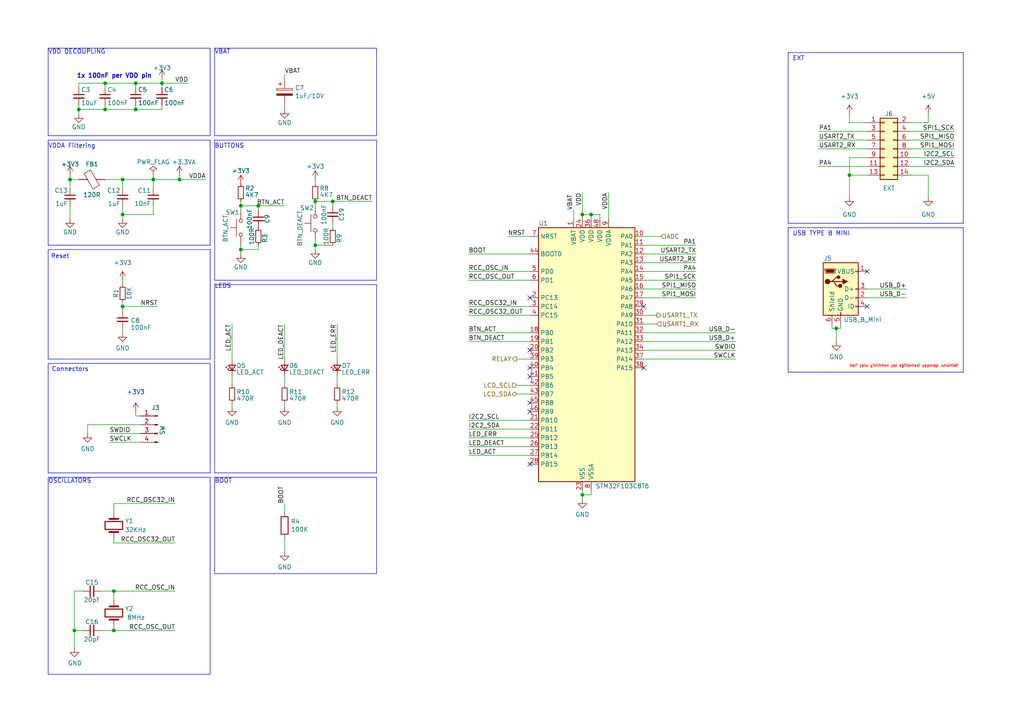
<source format=kicad_sch>
(kicad_sch (version 20230121) (generator eeschema)
  (paper "A4")
  (title_block (title "2023 Staj Projesi") (date "2023-07-24") (rev "1.0") (company "Hidro Elektronik") (comment 1 "Mehmet Emre SAYGI(2019513057@ogr.cu.edu.tr)") (comment 2 "Yilmaz Can DURAN(duranyilmazcan@gmail.com)") (comment 3 "Asli VEZIR(vezirasli@gmail.com)"))
  (lib_symbols
    (symbol "+3V3_1" (power) (pin_names (offset 0))
      (property "Value" "+3V3_1" (at 0 3.556 0))
      (symbol "+3V3_1_1_1"
        (pin power_in line (at 0 0 90) (length 0) hide (name "+3V3") (number "1"))
      )
    )
    (symbol "+3V3_2" (power) (pin_names (offset 0))
      (property "Value" "+3V3_2" (at 0 3.556 0))
      (symbol "+3V3_2_1_1"
        (pin power_in line (at 0 0 90) (length 0) hide (name "+3V3") (number "1"))
      )
    )
    (symbol "Connector:Conn_01x04_Male" (pin_names (offset 1.016) hide)
      (property "Reference" "J" (at 0 5.08 0))
      (property "Value" "Conn_01x04_Male" (at 0 -7.62 0))
      (symbol "Conn_01x04_Male_1_1"
        (pin passive line (at 5.08 2.54 180) (length 3.81) (name "Pin_1") (number "1"))
        (pin passive line (at 5.08 0 180) (length 3.81) (name "Pin_2") (number "2"))
        (pin passive line (at 5.08 -2.54 180) (length 3.81) (name "Pin_3") (number "3"))
        (pin passive line (at 5.08 -5.08 180) (length 3.81) (name "Pin_4") (number "4"))
      )
    )
    (symbol "Connector:USB_B_Mini" (pin_names (offset 1.016))
      (property "Reference" "J" (at -5.08 11.43 0))
      (property "Value" "USB_B_Mini" (at -5.08 8.89 0))
      (symbol "USB_B_Mini_1_1"
        (pin power_out line (at 7.62 5.08 180) (length 2.54) (name "VBUS") (number "1"))
        (pin bidirectional line (at 7.62 -2.54 180) (length 2.54) (name "D-") (number "2"))
        (pin bidirectional line (at 7.62 0 180) (length 2.54) (name "D+") (number "3"))
        (pin passive line (at 7.62 -5.08 180) (length 2.54) (name "ID") (number "4"))
        (pin power_out line (at 0 -10.16 90) (length 2.54) (name "GND") (number "5"))
        (pin passive line (at -2.54 -10.16 90) (length 2.54) (name "Shield") (number "6"))
      )
    )
    (symbol "Connector_Generic:Conn_02x07_Odd_Even" (pin_names (offset 1.016) hide)
      (property "Reference" "J" (at 1.27 10.16 0))
      (property "Value" "Conn_02x07_Odd_Even" (at 1.27 -10.16 0))
      (symbol "Conn_02x07_Odd_Even_1_1"
        (pin passive line (at -5.08 7.62 0) (length 3.81) (name "Pin_1") (number "1"))
        (pin passive line (at 7.62 -2.54 180) (length 3.81) (name "Pin_10") (number "10"))
        (pin passive line (at -5.08 -5.08 0) (length 3.81) (name "Pin_11") (number "11"))
        (pin passive line (at 7.62 -5.08 180) (length 3.81) (name "Pin_12") (number "12"))
        (pin passive line (at -5.08 -7.62 0) (length 3.81) (name "Pin_13") (number "13"))
        (pin passive line (at 7.62 -7.62 180) (length 3.81) (name "Pin_14") (number "14"))
        (pin passive line (at 7.62 7.62 180) (length 3.81) (name "Pin_2") (number "2"))
        (pin passive line (at -5.08 5.08 0) (length 3.81) (name "Pin_3") (number "3"))
        (pin passive line (at 7.62 5.08 180) (length 3.81) (name "Pin_4") (number "4"))
        (pin passive line (at -5.08 2.54 0) (length 3.81) (name "Pin_5") (number "5"))
        (pin passive line (at 7.62 2.54 180) (length 3.81) (name "Pin_6") (number "6"))
        (pin passive line (at -5.08 0 0) (length 3.81) (name "Pin_7") (number "7"))
        (pin passive line (at 7.62 0 180) (length 3.81) (name "Pin_8") (number "8"))
        (pin passive line (at -5.08 -2.54 0) (length 3.81) (name "Pin_9") (number "9"))
      )
    )
    (symbol "Device:CP" (pin_numbers hide) (pin_names (offset 0.254))
      (property "Reference" "C" (at 0.635 2.54 0))
      (property "Value" "Device_CP" (at 0.635 -2.54 0))
      (symbol "CP_1_1"
        (pin passive line (at 0 3.81 270) (length 2.794) (name "~") (number "1"))
        (pin passive line (at 0 -3.81 90) (length 2.794) (name "~") (number "2"))
      )
    )
    (symbol "Device:C_Small" (pin_numbers hide) (pin_names (offset 0.254) hide)
      (property "Reference" "C" (at 0.254 1.778 0))
      (property "Value" "C_Small" (at 0.254 -2.032 0))
      (symbol "C_Small_1_1"
        (pin passive line (at 0 2.54 270) (length 2.032) (name "~") (number "1"))
        (pin passive line (at 0 -2.54 90) (length 2.032) (name "~") (number "2"))
      )
    )
    (symbol "Device:Crystal" (pin_numbers hide) (pin_names (offset 1.016) hide)
      (property "Reference" "Y" (at 0 3.81 0))
      (property "Value" "Crystal" (at 0 -3.81 0))
      (symbol "Crystal_1_1"
        (pin passive line (at -3.81 0 0) (length 1.27) (name "1") (number "1"))
        (pin passive line (at 3.81 0 180) (length 1.27) (name "2") (number "2"))
      )
    )
    (symbol "Device:FerriteBead" (pin_numbers hide) (pin_names (offset 0))
      (property "Reference" "FB" (at -3.81 0.635 90))
      (property "Value" "FerriteBead" (at 3.81 0 90))
      (symbol "FerriteBead_1_1"
        (pin passive line (at 0 3.81 270) (length 2.54) (name "~") (number "1"))
        (pin passive line (at 0 -3.81 90) (length 2.54) (name "~") (number "2"))
      )
    )
    (symbol "Device:LED_Small" (pin_numbers hide) (pin_names (offset 0.254) hide)
      (property "Reference" "D" (at -1.27 3.175 0))
      (property "Value" "LED_Small" (at -4.445 -2.54 0))
      (symbol "LED_Small_1_1"
        (pin passive line (at -2.54 0 0) (length 1.778) (name "K") (number "1"))
        (pin passive line (at 2.54 0 180) (length 1.778) (name "A") (number "2"))
      )
    )
    (symbol "Device:R" (pin_numbers hide) (pin_names (offset 0))
      (property "Reference" "R" (at 2.032 0 90))
      (property "Value" "R" (at 0 0 90))
      (symbol "R_1_1"
        (pin passive line (at 0 3.81 270) (length 1.27) (name "~") (number "1"))
        (pin passive line (at 0 -3.81 90) (length 1.27) (name "~") (number "2"))
      )
    )
    (symbol "Device:R_Small" (pin_numbers hide) (pin_names (offset 0.254) hide)
      (property "Reference" "R" (at 0.762 0.508 0))
      (property "Value" "R_Small" (at 0.762 -1.016 0))
      (symbol "R_Small_1_1"
        (pin passive line (at 0 2.54 270) (length 0.762) (name "~") (number "1"))
        (pin passive line (at 0 -2.54 90) (length 0.762) (name "~") (number "2"))
      )
    )
    (symbol "GND_1" (power) (pin_names (offset 0))
      (property "Value" "GND_1" (at 0 -3.81 0))
      (symbol "GND_1_1_1"
        (pin power_in line (at 0 0 270) (length 0) hide (name "GND") (number "1"))
      )
    )
    (symbol "GND_2" (power) (pin_names (offset 0))
      (property "Value" "GND_2" (at 0 -3.81 0))
      (symbol "GND_2_1_1"
        (pin power_in line (at 0 0 270) (length 0) hide (name "GND") (number "1"))
      )
    )
    (symbol "MCU_ST_STM32F1:STM32F103C8Tx"
      (property "Reference" "U" (at -12.7 39.37 0))
      (property "Value" "STM32F103C8Tx" (at 10.16 39.37 0))
      (symbol "STM32F103C8Tx_1_1"
        (pin power_in line (at -2.54 40.64 270) (length 2.54) (name "VBAT") (number "1"))
        (pin bidirectional line (at 17.78 35.56 180) (length 2.54) (name "PA0") (number "10"))
        (pin bidirectional line (at 17.78 33.02 180) (length 2.54) (name "PA1") (number "11"))
        (pin bidirectional line (at 17.78 30.48 180) (length 2.54) (name "PA2") (number "12"))
        (pin bidirectional line (at 17.78 27.94 180) (length 2.54) (name "PA3") (number "13"))
        (pin bidirectional line (at 17.78 25.4 180) (length 2.54) (name "PA4") (number "14"))
        (pin bidirectional line (at 17.78 22.86 180) (length 2.54) (name "PA5") (number "15"))
        (pin bidirectional line (at 17.78 20.32 180) (length 2.54) (name "PA6") (number "16"))
        (pin bidirectional line (at 17.78 17.78 180) (length 2.54) (name "PA7") (number "17"))
        (pin bidirectional line (at -15.24 7.62 0) (length 2.54) (name "PB0") (number "18"))
        (pin bidirectional line (at -15.24 5.08 0) (length 2.54) (name "PB1") (number "19"))
        (pin bidirectional line (at -15.24 17.78 0) (length 2.54) (name "PC13") (number "2"))
        (pin bidirectional line (at -15.24 2.54 0) (length 2.54) (name "PB2") (number "20"))
        (pin bidirectional line (at -15.24 -17.78 0) (length 2.54) (name "PB10") (number "21"))
        (pin bidirectional line (at -15.24 -20.32 0) (length 2.54) (name "PB11") (number "22"))
        (pin power_in line (at 0 -38.1 90) (length 2.54) (name "VSS") (number "23"))
        (pin power_in line (at 0 40.64 270) (length 2.54) (name "VDD") (number "24"))
        (pin bidirectional line (at -15.24 -22.86 0) (length 2.54) (name "PB12") (number "25"))
        (pin bidirectional line (at -15.24 -25.4 0) (length 2.54) (name "PB13") (number "26"))
        (pin bidirectional line (at -15.24 -27.94 0) (length 2.54) (name "PB14") (number "27"))
        (pin bidirectional line (at -15.24 -30.48 0) (length 2.54) (name "PB15") (number "28"))
        (pin bidirectional line (at 17.78 15.24 180) (length 2.54) (name "PA8") (number "29"))
        (pin bidirectional line (at -15.24 15.24 0) (length 2.54) (name "PC14") (number "3"))
        (pin bidirectional line (at 17.78 12.7 180) (length 2.54) (name "PA9") (number "30"))
        (pin bidirectional line (at 17.78 10.16 180) (length 2.54) (name "PA10") (number "31"))
        (pin bidirectional line (at 17.78 7.62 180) (length 2.54) (name "PA11") (number "32"))
        (pin bidirectional line (at 17.78 5.08 180) (length 2.54) (name "PA12") (number "33"))
        (pin bidirectional line (at 17.78 2.54 180) (length 2.54) (name "PA13") (number "34"))
        (pin passive line (at 0 -38.1 90) (length 2.54) hide (name "VSS") (number "35"))
        (pin power_in line (at 2.54 40.64 270) (length 2.54) (name "VDD") (number "36"))
        (pin bidirectional line (at 17.78 0 180) (length 2.54) (name "PA14") (number "37"))
        (pin bidirectional line (at 17.78 -2.54 180) (length 2.54) (name "PA15") (number "38"))
        (pin bidirectional line (at -15.24 0 0) (length 2.54) (name "PB3") (number "39"))
        (pin bidirectional line (at -15.24 12.7 0) (length 2.54) (name "PC15") (number "4"))
        (pin bidirectional line (at -15.24 -2.54 0) (length 2.54) (name "PB4") (number "40"))
        (pin bidirectional line (at -15.24 -5.08 0) (length 2.54) (name "PB5") (number "41"))
        (pin bidirectional line (at -15.24 -7.62 0) (length 2.54) (name "PB6") (number "42"))
        (pin bidirectional line (at -15.24 -10.16 0) (length 2.54) (name "PB7") (number "43"))
        (pin input line (at -15.24 30.48 0) (length 2.54) (name "BOOT0") (number "44"))
        (pin bidirectional line (at -15.24 -12.7 0) (length 2.54) (name "PB8") (number "45"))
        (pin bidirectional line (at -15.24 -15.24 0) (length 2.54) (name "PB9") (number "46"))
        (pin passive line (at 0 -38.1 90) (length 2.54) hide (name "VSS") (number "47"))
        (pin power_in line (at 5.08 40.64 270) (length 2.54) (name "VDD") (number "48"))
        (pin bidirectional line (at -15.24 25.4 0) (length 2.54) (name "PD0") (number "5"))
        (pin bidirectional line (at -15.24 22.86 0) (length 2.54) (name "PD1") (number "6"))
        (pin input line (at -15.24 35.56 0) (length 2.54) (name "NRST") (number "7"))
        (pin power_in line (at 2.54 -38.1 90) (length 2.54) (name "VSSA") (number "8"))
        (pin power_in line (at 7.62 40.64 270) (length 2.54) (name "VDDA") (number "9"))
      )
    )
    (symbol "Switch:SW_Push" (pin_numbers hide) (pin_names (offset 1.016) hide)
      (property "Reference" "SW" (at 1.27 2.54 0))
      (property "Value" "SW_Push" (at 0 -1.524 0))
      (symbol "SW_Push_0_1"
        (pin passive line (at -5.08 0 0) (length 2.54) (name "1") (number "1"))
        (pin passive line (at 5.08 0 180) (length 2.54) (name "2") (number "2"))
      )
    )
    (symbol "power:+3.3VA" (power) (pin_names (offset 0))
      (property "Value" "+3.3VA" (at 0 3.556 0))
      (symbol "+3.3VA_1_1"
        (pin power_in line (at 0 0 90) (length 0) hide (name "+3.3VA") (number "1"))
      )
    )
    (symbol "power:+3V3" (power) (pin_names (offset 0))
      (property "Value" "+3V3" (at 0 3.556 0))
      (symbol "+3V3_1_1"
        (pin power_in line (at 0 0 90) (length 0) hide (name "+3V3") (number "1"))
      )
    )
    (symbol "power:+5V" (power) (pin_names (offset 0))
      (property "Value" "+5V" (at 0 3.556 0))
      (symbol "+5V_1_1"
        (pin power_in line (at 0 0 90) (length 0) hide (name "+5V") (number "1"))
      )
    )
    (symbol "power:GND" (power) (pin_names (offset 0))
      (property "Value" "GND" (at 0 -3.81 0))
      (symbol "GND_1_1"
        (pin power_in line (at 0 0 270) (length 0) hide (name "GND") (number "1"))
      )
    )
    (symbol "power:PWR_FLAG" (power) (pin_numbers hide) (pin_names (offset 0) hide)
      (property "Value" "PWR_FLAG" (at 0 3.81 0))
      (symbol "PWR_FLAG_0_0"
        (pin power_out line (at 0 0 90) (length 0) (name "pwr") (number "1"))
      )
    )
  )
  (junction (at 69.85 72.39))
  (junction (at 91.44 71.12))
  (junction (at 171.45 62.23))
  (junction (at 69.85 59.69))
  (junction (at 52.07 52.07))
  (junction (at 168.91 143.51))
  (junction (at 30.48 31.75))
  (junction (at 39.37 24.13))
  (junction (at 20.32 52.07))
  (junction (at 246.38 50.8))
  (junction (at 21.59 182.88))
  (junction (at 96.52 58.42))
  (junction (at 22.86 31.75))
  (junction (at 74.93 59.69))
  (junction (at 91.44 58.42))
  (junction (at 46.99 24.13))
  (junction (at 33.02 182.88))
  (junction (at 35.56 88.9))
  (junction (at 35.56 62.23))
  (junction (at 33.02 171.45))
  (junction (at 242.57 95.25))
  (junction (at 168.91 62.23))
  (junction (at 44.45 52.07))
  (junction (at 30.48 24.13))
  (junction (at 39.37 31.75))
  (junction (at 35.56 52.07))
  (no_connect (at 186.69 88.9))
  (no_connect (at 153.67 109.22))
  (no_connect (at 186.69 106.68))
  (no_connect (at 251.46 78.74))
  (no_connect (at 153.67 119.38))
  (no_connect (at 153.67 86.36))
  (no_connect (at 251.46 88.9))
  (no_connect (at 153.67 101.6))
  (no_connect (at 153.67 116.84))
  (no_connect (at 153.67 134.62))
  (no_connect (at 153.67 106.68))
  (wire (pts (xy 96.52 71.12) (xy 91.44 71.12)))
  (wire (pts (xy 46.99 22.86) (xy 46.99 24.13)))
  (wire (pts (xy 97.79 109.22) (xy 97.79 111.76)))
  (wire (pts (xy 242.57 95.25) (xy 242.57 99.06)))
  (wire (pts (xy 82.55 156.21) (xy 82.55 160.02)))
  (wire (pts (xy 46.99 24.13) (xy 46.99 25.4)))
  (wire (pts (xy 22.86 52.07) (xy 20.32 52.07)))
  (wire (pts (xy 91.44 71.12) (xy 91.44 72.39)))
  (wire (pts (xy 171.45 62.23) (xy 168.91 62.23)))
  (wire (pts (xy 246.38 45.72) (xy 246.38 50.8)))
  (wire (pts (xy 52.07 52.07) (xy 44.45 52.07)))
  (wire (pts (xy 44.45 62.23) (xy 35.56 62.23)))
  (polyline (pts (xy 13.97 105.41) (xy 13.97 137.16)))
  (wire (pts (xy 22.86 24.13) (xy 30.48 24.13)))
  (wire (pts (xy 264.16 50.8) (xy 269.24 50.8)))
  (polyline (pts (xy 13.97 40.64) (xy 13.97 71.12)))
  (wire (pts (xy 20.32 52.07) (xy 20.32 54.61)))
  (wire (pts (xy 52.07 50.8) (xy 52.07 52.07)))
  (wire (pts (xy 46.99 24.13) (xy 54.61 24.13)))
  (polyline (pts (xy 60.96 104.14) (xy 13.97 104.14)))
  (wire (pts (xy 251.46 50.8) (xy 246.38 50.8)))
  (wire (pts (xy 264.16 45.72) (xy 276.86 45.72)))
  (wire (pts (xy 35.56 62.23) (xy 35.56 63.5)))
  (wire (pts (xy 30.48 31.75) (xy 39.37 31.75)))
  (wire (pts (xy 30.48 24.13) (xy 30.48 25.4)))
  (wire (pts (xy 31.75 125.73) (xy 40.64 125.73)))
  (polyline (pts (xy 13.97 39.37) (xy 60.96 39.37)))
  (wire (pts (xy 173.99 62.23) (xy 173.99 63.5)))
  (wire (pts (xy 264.16 43.18) (xy 276.86 43.18)))
  (wire (pts (xy 59.69 52.07) (xy 52.07 52.07)))
  (wire (pts (xy 82.55 109.22) (xy 82.55 111.76)))
  (wire (pts (xy 33.02 181.61) (xy 33.02 182.88)))
  (wire (pts (xy 176.53 55.88) (xy 176.53 63.5)))
  (wire (pts (xy 33.02 182.88) (xy 29.21 182.88)))
  (wire (pts (xy 82.55 93.98) (xy 82.55 104.14)))
  (wire (pts (xy 33.02 182.88) (xy 50.8 182.88)))
  (wire (pts (xy 21.59 182.88) (xy 24.13 182.88)))
  (wire (pts (xy 33.02 171.45) (xy 50.8 171.45)))
  (wire (pts (xy 251.46 83.82) (xy 262.89 83.82)))
  (wire (pts (xy 264.16 40.64) (xy 276.86 40.64)))
  (wire (pts (xy 33.02 171.45) (xy 29.21 171.45)))
  (wire (pts (xy 25.4 123.19) (xy 25.4 125.73)))
  (polyline (pts (xy 228.6 66.04) (xy 279.4 66.04)))
  (polyline (pts (xy 279.4 107.95) (xy 228.6 107.95)))
  (wire (pts (xy 135.89 127) (xy 153.67 127)))
  (wire (pts (xy 35.56 81.28) (xy 35.56 82.55)))
  (wire (pts (xy 149.86 114.3) (xy 153.67 114.3)))
  (wire (pts (xy 35.56 52.07) (xy 30.48 52.07)))
  (wire (pts (xy 91.44 69.85) (xy 91.44 71.12)))
  (wire (pts (xy 69.85 72.39) (xy 69.85 73.66)))
  (wire (pts (xy 186.69 104.14) (xy 213.36 104.14)))
  (wire (pts (xy 35.56 87.63) (xy 35.56 88.9)))
  (wire (pts (xy 82.55 21.59) (xy 82.55 22.86)))
  (wire (pts (xy 30.48 30.48) (xy 30.48 31.75)))
  (wire (pts (xy 33.02 173.99) (xy 33.02 171.45)))
  (polyline (pts (xy 13.97 138.43) (xy 60.96 138.43)))
  (wire (pts (xy 147.32 68.58) (xy 153.67 68.58)))
  (wire (pts (xy 237.49 40.64) (xy 251.46 40.64)))
  (wire (pts (xy 31.75 128.27) (xy 40.64 128.27)))
  (polyline (pts (xy 60.96 39.37) (xy 60.96 13.97)))
  (wire (pts (xy 74.93 71.12) (xy 74.93 72.39)))
  (wire (pts (xy 173.99 62.23) (xy 171.45 62.23)))
  (polyline (pts (xy 109.22 138.43) (xy 109.22 166.37)))
  (wire (pts (xy 269.24 35.56) (xy 269.24 33.02)))
  (wire (pts (xy 97.79 116.84) (xy 97.79 118.11)))
  (wire (pts (xy 35.56 95.25) (xy 35.56 96.52)))
  (wire (pts (xy 153.67 104.14) (xy 149.86 104.14)))
  (polyline (pts (xy 109.22 137.16) (xy 62.23 137.16)))
  (polyline (pts (xy 62.23 13.97) (xy 109.22 13.97)))
  (polyline (pts (xy 62.23 82.55) (xy 62.23 137.16)))
  (wire (pts (xy 186.69 101.6) (xy 213.36 101.6)))
  (wire (pts (xy 44.45 52.07) (xy 44.45 54.61)))
  (polyline (pts (xy 62.23 138.43) (xy 109.22 138.43)))
  (wire (pts (xy 33.02 157.48) (xy 50.8 157.48)))
  (polyline (pts (xy 228.6 15.24) (xy 228.6 64.77)))
  (polyline (pts (xy 60.96 72.39) (xy 60.96 104.14)))
  (wire (pts (xy 33.02 146.05) (xy 50.8 146.05)))
  (wire (pts (xy 33.02 148.59) (xy 33.02 146.05)))
  (wire (pts (xy 246.38 35.56) (xy 246.38 33.02)))
  (polyline (pts (xy 60.96 137.16) (xy 13.97 137.16)))
  (polyline (pts (xy 13.97 72.39) (xy 13.97 104.14)))
  (wire (pts (xy 39.37 31.75) (xy 46.99 31.75)))
  (polyline (pts (xy 109.22 166.37) (xy 62.23 166.37)))
  (wire (pts (xy 135.89 73.66) (xy 153.67 73.66)))
  (wire (pts (xy 91.44 52.07) (xy 91.44 53.34)))
  (wire (pts (xy 186.69 81.28) (xy 201.93 81.28)))
  (polyline (pts (xy 109.22 39.37) (xy 62.23 39.37)))
  (wire (pts (xy 74.93 72.39) (xy 69.85 72.39)))
  (wire (pts (xy 171.45 142.24) (xy 171.45 143.51)))
  (wire (pts (xy 186.69 96.52) (xy 213.36 96.52)))
  (wire (pts (xy 135.89 99.06) (xy 153.67 99.06)))
  (wire (pts (xy 186.69 83.82) (xy 201.93 83.82)))
  (wire (pts (xy 39.37 30.48) (xy 39.37 31.75)))
  (wire (pts (xy 251.46 45.72) (xy 246.38 45.72)))
  (wire (pts (xy 24.13 171.45) (xy 21.59 171.45)))
  (wire (pts (xy 39.37 24.13) (xy 39.37 25.4)))
  (wire (pts (xy 269.24 50.8) (xy 269.24 57.15)))
  (wire (pts (xy 96.52 58.42) (xy 107.95 58.42)))
  (wire (pts (xy 22.86 25.4) (xy 22.86 24.13)))
  (wire (pts (xy 69.85 71.12) (xy 69.85 72.39)))
  (wire (pts (xy 237.49 43.18) (xy 251.46 43.18)))
  (wire (pts (xy 168.91 55.88) (xy 168.91 62.23)))
  (wire (pts (xy 135.89 81.28) (xy 153.67 81.28)))
  (wire (pts (xy 67.31 116.84) (xy 67.31 118.11)))
  (wire (pts (xy 135.89 124.46) (xy 153.67 124.46)))
  (wire (pts (xy 35.56 88.9) (xy 45.72 88.9)))
  (wire (pts (xy 186.69 91.44) (xy 190.5 91.44)))
  (wire (pts (xy 91.44 58.42) (xy 96.52 58.42)))
  (wire (pts (xy 242.57 95.25) (xy 243.84 95.25)))
  (wire (pts (xy 69.85 59.69) (xy 74.93 59.69)))
  (wire (pts (xy 21.59 171.45) (xy 21.59 182.88)))
  (polyline (pts (xy 279.4 15.24) (xy 279.4 64.77)))
  (polyline (pts (xy 109.22 13.97) (xy 109.22 39.37)))
  (wire (pts (xy 82.55 146.05) (xy 82.55 148.59)))
  (wire (pts (xy 264.16 35.56) (xy 269.24 35.56)))
  (wire (pts (xy 186.69 93.98) (xy 190.5 93.98)))
  (wire (pts (xy 20.32 50.8) (xy 20.32 52.07)))
  (polyline (pts (xy 109.22 81.28) (xy 62.23 81.28)))
  (wire (pts (xy 96.52 64.77) (xy 96.52 66.04)))
  (wire (pts (xy 135.89 132.08) (xy 153.67 132.08)))
  (wire (pts (xy 171.45 143.51) (xy 168.91 143.51)))
  (wire (pts (xy 171.45 62.23) (xy 171.45 63.5)))
  (wire (pts (xy 20.32 59.69) (xy 20.32 63.5)))
  (wire (pts (xy 186.69 86.36) (xy 201.93 86.36)))
  (polyline (pts (xy 13.97 72.39) (xy 60.96 72.39)))
  (wire (pts (xy 46.99 30.48) (xy 46.99 31.75)))
  (wire (pts (xy 135.89 96.52) (xy 153.67 96.52)))
  (polyline (pts (xy 228.6 66.04) (xy 228.6 107.95)))
  (polyline (pts (xy 60.96 105.41) (xy 60.96 137.16)))
  (wire (pts (xy 33.02 156.21) (xy 33.02 157.48)))
  (polyline (pts (xy 62.23 138.43) (xy 62.23 166.37)))
  (wire (pts (xy 168.91 143.51) (xy 168.91 142.24)))
  (wire (pts (xy 149.86 111.76) (xy 153.67 111.76)))
  (polyline (pts (xy 60.96 138.43) (xy 60.96 195.58)))
  (wire (pts (xy 74.93 60.96) (xy 74.93 59.69)))
  (wire (pts (xy 135.89 88.9) (xy 153.67 88.9)))
  (wire (pts (xy 243.84 95.25) (xy 243.84 93.98)))
  (wire (pts (xy 67.31 93.98) (xy 67.31 104.14)))
  (wire (pts (xy 40.64 123.19) (xy 25.4 123.19)))
  (wire (pts (xy 135.89 91.44) (xy 153.67 91.44)))
  (wire (pts (xy 135.89 121.92) (xy 153.67 121.92)))
  (polyline (pts (xy 60.96 13.97) (xy 13.97 13.97)))
  (wire (pts (xy 251.46 86.36) (xy 262.89 86.36)))
  (polyline (pts (xy 109.22 40.64) (xy 109.22 81.28)))
  (wire (pts (xy 241.3 93.98) (xy 241.3 95.25)))
  (wire (pts (xy 35.56 52.07) (xy 35.56 54.61)))
  (wire (pts (xy 135.89 78.74) (xy 153.67 78.74)))
  (wire (pts (xy 237.49 38.1) (xy 251.46 38.1)))
  (polyline (pts (xy 62.23 40.64) (xy 62.23 81.28)))
  (polyline (pts (xy 13.97 105.41) (xy 60.96 105.41)))
  (wire (pts (xy 241.3 95.25) (xy 242.57 95.25)))
  (wire (pts (xy 30.48 24.13) (xy 39.37 24.13)))
  (polyline (pts (xy 60.96 71.12) (xy 13.97 71.12)))
  (wire (pts (xy 91.44 58.42) (xy 91.44 59.69)))
  (wire (pts (xy 186.69 68.58) (xy 191.77 68.58)))
  (wire (pts (xy 264.16 38.1) (xy 276.86 38.1)))
  (wire (pts (xy 264.16 48.26) (xy 276.86 48.26)))
  (wire (pts (xy 96.52 59.69) (xy 96.52 58.42)))
  (wire (pts (xy 69.85 59.69) (xy 69.85 60.96)))
  (wire (pts (xy 237.49 48.26) (xy 251.46 48.26)))
  (wire (pts (xy 22.86 31.75) (xy 22.86 33.02)))
  (wire (pts (xy 22.86 31.75) (xy 30.48 31.75)))
  (polyline (pts (xy 60.96 40.64) (xy 60.96 71.12)))
  (wire (pts (xy 69.85 58.42) (xy 69.85 59.69)))
  (wire (pts (xy 44.45 59.69) (xy 44.45 62.23)))
  (polyline (pts (xy 109.22 82.55) (xy 109.22 137.16)))
  (wire (pts (xy 39.37 24.13) (xy 46.99 24.13)))
  (wire (pts (xy 35.56 59.69) (xy 35.56 62.23)))
  (wire (pts (xy 135.89 129.54) (xy 153.67 129.54)))
  (wire (pts (xy 67.31 109.22) (xy 67.31 111.76)))
  (wire (pts (xy 39.37 119.38) (xy 39.37 120.65)))
  (polyline (pts (xy 62.23 82.55) (xy 109.22 82.55)))
  (wire (pts (xy 168.91 63.5) (xy 168.91 62.23)))
  (wire (pts (xy 246.38 50.8) (xy 246.38 57.15)))
  (wire (pts (xy 21.59 182.88) (xy 21.59 187.96)))
  (polyline (pts (xy 228.6 15.24) (xy 279.4 15.24)))
  (wire (pts (xy 44.45 50.8) (xy 44.45 52.07)))
  (wire (pts (xy 168.91 143.51) (xy 168.91 144.78)))
  (wire (pts (xy 22.86 30.48) (xy 22.86 31.75)))
  (wire (pts (xy 82.55 30.48) (xy 82.55 31.75)))
  (polyline (pts (xy 62.23 40.64) (xy 109.22 40.64)))
  (polyline (pts (xy 60.96 195.58) (xy 13.97 195.58)))
  (polyline (pts (xy 13.97 13.97) (xy 13.97 39.37)))
  (wire (pts (xy 35.56 88.9) (xy 35.56 90.17)))
  (polyline (pts (xy 279.4 64.77) (xy 228.6 64.77)))
  (wire (pts (xy 251.46 35.56) (xy 246.38 35.56)))
  (wire (pts (xy 186.69 99.06) (xy 213.36 99.06)))
  (wire (pts (xy 186.69 78.74) (xy 201.93 78.74)))
  (polyline (pts (xy 13.97 40.64) (xy 60.96 40.64)))
  (wire (pts (xy 186.69 76.2) (xy 201.93 76.2)))
  (polyline (pts (xy 62.23 13.97) (xy 62.23 39.37)))
  (wire (pts (xy 82.55 116.84) (xy 82.55 118.11)))
  (wire (pts (xy 186.69 73.66) (xy 201.93 73.66)))
  (wire (pts (xy 166.37 60.96) (xy 166.37 63.5)))
  (polyline (pts (xy 13.97 138.43) (xy 13.97 195.58)))
  (wire (pts (xy 39.37 120.65) (xy 40.64 120.65)))
  (polyline (pts (xy 279.4 66.04) (xy 279.4 107.95)))
  (wire (pts (xy 44.45 52.07) (xy 35.56 52.07)))
  (wire (pts (xy 74.93 59.69) (xy 82.55 59.69)))
  (wire (pts (xy 186.69 71.12) (xy 201.93 71.12)))
  (wire (pts (xy 97.79 93.98) (xy 97.79 104.14)))
  (text "Veri yolu çizilirken yol eşitlemesi yapmayı unutma! " (at 246.38 106.68 0) (effects (font (size 0.8 0.8)) (justify left bottom)))
  (text "1x 100nF per VDD pin" (at 22.225 22.86 0) (effects (font (size 1.27 1.27) bold) (justify left bottom)))
  (text "VDD DECOUPLING" (at 13.97 15.875 0) (effects (font (size 1.27 1.27)) (justify left bottom)))
  (text "BUTTONS" (at 62.23 43.18 0) (effects (font (size 1.27 1.27)) (justify left bottom)))
  (text "LEDS" (at 62.23 83.82 0) (effects (font (size 1.27 1.27)) (justify left bottom)))
  (text "BOOT" (at 62.23 140.335 0) (effects (font (size 1.27 1.27)) (justify left bottom)))
  (text "USB TYPE B MINI" (at 229.87 68.58 0) (effects (font (size 1.27 1.27)) (justify left bottom)))
  (text "VBAT" (at 62.23 15.875 0) (effects (font (size 1.27 1.27)) (justify left bottom)))
  (text "Reset" (at 14.732 75.184 0) (effects (font (size 1.27 1.27)) (justify left bottom)))
  (text "EXT" (at 229.87 17.78 0) (effects (font (size 1.27 1.27)) (justify left bottom)))
  (text "OSCILLATORS" (at 13.97 140.335 0) (effects (font (size 1.27 1.27)) (justify left bottom)))
  (text "VDDA Filtering" (at 13.97 43.18 0) (effects (font (size 1.27 1.27)) (justify left bottom)))
  (text "Connectors" (at 14.986 107.95 0) (effects (font (size 1.27 1.27)) (justify left bottom)))
  (label "I2C2_SCL" (at 135.89 121.92 0))
  (label "LED_ACT" (at 67.31 93.98 270))
  (label "PA4" (at 201.93 78.74 180))
  (label "SPI1_SCK" (at 276.86 38.1 180))
  (label "BTN_ACT" (at 82.55 59.69 180))
  (label "BOOT" (at 82.55 146.05 90))
  (label "I2C2_SDA" (at 276.86 48.26 180))
  (label "SPI1_SCK" (at 201.93 81.28 180))
  (label "LED_ACT" (at 135.89 132.08 0))
  (label "VDDA" (at 176.53 55.88 270))
  (label "USB_D+" (at 262.89 83.82 180))
  (label "VBAT" (at 82.55 21.59 0))
  (label "RCC_OSC32_IN" (at 50.8 146.05 180))
  (label "VBAT" (at 166.37 60.96 90))
  (label "USART2_RX" (at 237.49 43.18 0))
  (label "SPI1_MISO" (at 276.86 40.64 180))
  (label "PA4" (at 237.49 48.26 0))
  (label "LED_ERR" (at 97.79 93.98 270))
  (label "SPI1_MOSI" (at 276.86 43.18 180))
  (label "RCC_OSC_OUT" (at 135.89 81.28 0))
  (label "BOOT" (at 135.89 73.66 0))
  (label "RCC_OSC32_IN" (at 135.89 88.9 0))
  (label "RCC_OSC32_OUT" (at 135.89 91.44 0))
  (label "USB_D-" (at 262.89 86.36 180))
  (label "LED_DEACT" (at 135.89 129.54 0))
  (label "USART2_TX" (at 237.49 40.64 0))
  (label "BTN_DEACT" (at 107.95 58.42 180))
  (label "RCC_OSC_IN" (at 50.8 171.45 180))
  (label "VDD" (at 54.61 24.13 180))
  (label "PA1" (at 201.93 71.12 180))
  (label "I2C2_SDA" (at 135.89 124.46 0))
  (label "VDD" (at 168.91 55.88 270))
  (label "SWCLK" (at 213.36 104.14 180))
  (label "RCC_OSC_OUT" (at 50.8 182.88 180))
  (label "SPI1_MISO" (at 201.93 83.82 180))
  (label "LED_ERR" (at 135.89 127 0))
  (label "RCC_OSC32_OUT" (at 50.8 157.48 180))
  (label "VDDA" (at 59.69 52.07 180))
  (label "PA1" (at 237.49 38.1 0))
  (label "SWDIO" (at 213.36 101.6 180))
  (label "LED_DEACT" (at 82.55 93.98 270))
  (label "BTN_DEACT" (at 135.89 99.06 0))
  (label "USART2_TX" (at 201.93 73.66 180))
  (label "SWCLK" (at 31.75 128.27 0))
  (label "SWDIO" (at 31.75 125.73 0))
  (label "BTN_ACT" (at 135.89 96.52 0))
  (label "RCC_OSC_IN" (at 135.89 78.74 0))
  (label "NRST" (at 45.72 88.9 180))
  (label "NRST" (at 147.32 68.58 0))
  (label "USART2_RX" (at 201.93 76.2 180))
  (label "SPI1_MOSI" (at 201.93 86.36 180))
  (label "USB_D-" (at 213.36 96.52 180))
  (label "USB_D+" (at 213.36 99.06 180))
  (label "I2C2_SCL" (at 276.86 45.72 180))
  (hierarchical_label "ADC" (shape input) (at 191.77 68.58 0))
  (hierarchical_label "LCD_SDA" (shape bidirectional) (at 149.86 114.3 180))
  (hierarchical_label "LCD_SCL" (shape input) (at 149.86 111.76 180))
  (hierarchical_label "USART1_TX" (shape output) (at 190.5 91.44 0))
  (hierarchical_label "USART1_RX" (shape input) (at 190.5 93.98 0))
  (hierarchical_label "RELAY" (shape output) (at 149.86 104.14 180))
  (symbol (lib_id "power:GND") (at 242.57 99.06 0) (unit 1)
    (property "Reference" "#PWR04" (effects hide))
    (property "Value" "GND" (at 242.57 103.505 0))
    (instances (project "damlama" (path "" (reference "#PWR04") (unit 1))) (project "2023-staj-projesi" (path "" (reference "#PWR031") (unit 1))) (project "Mushamba" (path "" (reference "#PWR012") (unit 1))))
  )
  (symbol (lib_name "GND_1") (lib_id "power:GND") (at 69.85 73.66 0) (unit 1)
    (property "Reference" "#PWR019" (effects hide))
    (property "Value" "GND" (at 69.85 77.47 0))
    (instances (project "damlama" (path "" (reference "#PWR019") (unit 1))) (project "2023-staj-projesi" (path "" (reference "#PWR023") (unit 1))) (project "Mushamba" (path "" (reference "#PWR010") (unit 1))))
  )
  (symbol (lib_id "Connector:USB_B_Mini") (at 243.84 83.82 0) (unit 1)
    (property "Reference" "J5" (at 240.03 74.93 0))
    (property "Value" "USB_B_Mini" (at 250.19 92.71 0))
    (property "Footprint" "Connector_USB:USB_Mini-B_Wuerth_65100516121_Horizontal" (effects hide))
    (property "Digikey" "732-2109-2-ND" (effects hide))
  )
  (symbol (lib_id "Device:C_Small") (at 74.93 63.5 0) (unit 1)
    (property "Reference" "C9" (at 77.47 63.5 90))
    (property "Value" "100nF" (at 72.39 63.5 90))
    (property "Footprint" "Capacitor_SMD:C_0603_1608Metric" (effects hide))
    (property "DigikeyPN" "AC0603KPX7R7BB104" (effects hide))
    (instances (project "damlama" (path "" (reference "C9") (unit 1))) (project "2023-staj-projesi" (path "" (reference "C25") (unit 1))) (project "Mushamba" (path "" (reference "C4") (unit 1))))
  )
  (symbol (lib_id "Device:C_Small") (at 35.56 92.71 0) (unit 1)
    (property "Reference" "C8" (at 37.846 92.964 0) (effects (justify left)))
    (property "Value" "100nF" (at 37.846 94.996 0) (effects (justify left)))
    (property "Footprint" "Capacitor_SMD:C_0603_1608Metric" (effects hide))
    (property "DigikeyPN" "AC0603KPX7R7BB104" (effects hide))
    (instances (project "damlama" (path "" (reference "C8") (unit 1))) (project "2023-staj-projesi" (path "" (reference "C21") (unit 1))) (project "Mushamba" (path "" (reference "C3") (unit 1))))
  )
  (symbol (lib_id "power:+5V") (at 269.24 33.02 0) (unit 1)
    (property "Reference" "#PWR034" (effects hide))
    (property "Value" "+5V" (at 269.24 27.94 0))
  )
  (symbol (lib_id "Device:C_Small") (at 26.67 171.45 90) (unit 1)
    (property "Reference" "C15" (at 26.67 168.91 90))
    (property "Value" "20pF" (at 26.67 173.99 90))
    (property "Footprint" "Capacitor_SMD:C_0603_1608Metric" (effects hide))
    (property "DigikeyPN" "399-C0603C200G8HAC7867DKR-ND" (effects hide))
    (instances (project "damlama" (path "" (reference "C15") (unit 1))) (project "2023-staj-projesi" (path "" (reference "C17") (unit 1))))
  )
  (symbol (lib_name "+3V3_2") (lib_id "power:+3V3") (at 246.38 33.02 0) (unit 1)
    (property "Reference" "#PWR032" (effects hide))
    (property "Value" "+3V3" (at 246.38 27.94 0))
  )
  (symbol (lib_id "Device:C_Small") (at 96.52 62.23 0) (unit 1)
    (property "Reference" "C19" (at 99.06 62.23 90))
    (property "Value" "100nF" (at 93.98 62.23 90))
    (property "Footprint" "Capacitor_SMD:C_0603_1608Metric" (effects hide))
    (property "DigikeyPN" "AC0603KPX7R7BB104" (effects hide))
    (instances (project "damlama" (path "" (reference "C19") (unit 1))) (project "2023-staj-projesi" (path "" (reference "C27") (unit 1))) (project "Mushamba" (path "" (reference "C4") (unit 1))))
  )
  (symbol (lib_id "power:GND") (at 168.91 144.78 0) (unit 1)
    (property "Reference" "#PWR022" (effects hide))
    (property "Value" "GND" (at 168.91 149.225 0))
    (instances (project "damlama" (path "" (reference "#PWR022") (unit 1))) (project "2023-staj-projesi" (path "" (reference "#PWR030") (unit 1))) (project "Mushamba" (path "" (reference "#PWR012") (unit 1))))
  )
  (symbol (lib_id "Device:CP") (at 82.55 26.67 0) (unit 1)
    (property "Reference" "C7" (at 85.5472 25.5016 0) (effects (justify left)))
    (property "Value" "1uF/10V" (at 85.5472 27.813 0) (effects (justify left)))
    (property "Footprint" "Capacitor_SMD:C_0603_1608Metric" (effects hide))
    (property "DigikeyPN" "478-12231-6-ND" (effects hide))
    (instances (project "damlama" (path "" (reference "C7") (unit 1))) (project "2023-staj-projesi" (path "" (reference "C26") (unit 1))) (project "kanal-kapak-hardware" (path "" (reference "C10") (unit 1))))
  )
  (symbol (lib_id "Device:C_Small") (at 26.67 182.88 90) (unit 1)
    (property "Reference" "C16" (at 26.67 180.34 90))
    (property "Value" "20pF" (at 26.67 185.42 90))
    (property "Footprint" "Capacitor_SMD:C_0603_1608Metric" (effects hide))
    (property "DigikeyPN" "399-C0603C200G8HAC7867DKR-ND" (effects hide))
    (instances (project "damlama" (path "" (reference "C16") (unit 1))) (project "2023-staj-projesi" (path "" (reference "C18") (unit 1))))
  )
  (symbol (lib_id "Connector:Conn_01x04_Male") (at 45.72 123.19 0) (mirror y) (unit 1) (in_bom no)
    (property "Reference" "J3" (at 43.942 118.237 0) (effects (justify right)))
    (property "Value" "SW" (at 47.117 123.317 90) (effects (justify right)))
    (property "Footprint" "Connector_PinHeader_2.54mm:PinHeader_1x04_P2.54mm_Vertical" (effects hide))
    (instances (project "damlama" (path "" (reference "J3") (unit 1))) (project "2023-staj-projesi" (path "" (reference "J4") (unit 1))) (project "Mushamba" (path "" (reference "J3") (unit 1))))
  )
  (symbol (lib_id "power:GND") (at 82.55 160.02 0) (unit 1)
    (property "Reference" "#PWR04" (effects hide))
    (property "Value" "GND" (at 82.55 164.465 0))
    (instances (project "damlama" (path "" (reference "#PWR04") (unit 1))) (project "2023-staj-projesi" (path "" (reference "#PWR026") (unit 1))) (project "Mushamba" (path "" (reference "#PWR012") (unit 1))))
  )
  (symbol (lib_id "Switch:SW_Push") (at 69.85 66.04 90) (unit 1)
    (property "Reference" "SW1" (at 65.405 61.595 90) (effects (justify right)))
    (property "Value" "BTN_ACT" (at 65.405 62.23 0) (effects (justify right)))
    (property "Footprint" "Button_Switch_SMD:SW_Push_1P1T_NO_Vertical_Wuerth_434133025816" (effects hide))
    (property "DigikeyPN" "732-13663-6-ND" (effects hide))
  )
  (symbol (lib_id "Connector_Generic:Conn_02x07_Odd_Even") (at 256.54 43.18 0) (unit 1)
    (property "Reference" "J6" (at 257.81 33.02 0))
    (property "Value" "EXT" (at 257.81 54.61 0))
    (property "Footprint" "2023Staj:CONN14_1421621_WRE" (effects hide))
    (property "Digikey" "732-5397-ND" (effects hide))
  )
  (symbol (lib_id "Device:R_Small") (at 74.93 68.58 0) (unit 1)
    (property "Reference" "R3" (at 76.835 70.485 90) (effects (justify left)))
    (property "Value" "100R" (at 73.025 71.12 90) (effects (justify left)))
    (property "Footprint" "Resistor_SMD:R_0603_1608Metric" (effects hide))
    (property "DigikeyPN" "RR08P100DDKR-ND" (effects hide))
    (instances (project "damlama" (path "" (reference "R3") (unit 1))) (project "2023-staj-projesi" (path "" (reference "R7") (unit 1))) (project "Mushamba" (path "" (reference "R3") (unit 1))))
  )
  (symbol (lib_id "Device:R_Small") (at 82.55 114.3 0) (unit 1)
    (property "Reference" "R11" (at 83.82 113.665 0) (effects (justify left)))
    (property "Value" "470R" (at 83.82 115.57 0) (effects (justify left)))
    (property "Footprint" "Resistor_SMD:R_0603_1608Metric" (effects hide))
    (property "DigikeyPN" "1292-WR06X471JTLDKR-ND" (effects hide))
    (instances (project "damlama" (path "" (reference "R11") (unit 1))) (project "2023-staj-projesi" (path "" (reference "R8") (unit 1))))
  )
  (symbol (lib_id "Device:C_Small") (at 35.56 57.15 0) (mirror y) (unit 1)
    (property "Reference" "C12" (at 34.925 55.245 0) (effects (justify left)))
    (property "Value" "1uF" (at 34.925 59.055 0) (effects (justify left)))
    (property "Footprint" "Capacitor_SMD:C_0603_1608Metric" (effects hide))
    (property "DigikeyPN" "311-1447-6-ND" (effects hide))
    (instances (project "damlama" (path "" (reference "C12") (unit 1))) (project "2023-staj-projesi" (path "" (reference "C20") (unit 1))))
  )
  (symbol (lib_id "Device:C_Small") (at 46.99 27.94 0) (unit 1)
    (property "Reference" "C6" (at 47.625 26.035 0) (effects (justify left)))
    (property "Value" "100nF" (at 47.625 29.845 0) (effects (justify left)))
    (property "Footprint" "Capacitor_SMD:C_0603_1608Metric" (effects hide))
    (property "DigikeyPN" "AC0603KPX7R7BB104" (effects hide))
    (instances (project "damlama" (path "" (reference "C6") (unit 1))) (project "2023-staj-projesi" (path "" (reference "C24") (unit 1))))
  )
  (symbol (lib_id "Device:LED_Small") (at 82.55 106.68 90) (unit 1)
    (property "Reference" "D6" (at 83.82 106.045 90) (effects (justify right)))
    (property "Value" "LED_DEACT" (at 83.82 107.95 90) (effects (justify right)))
    (property "Footprint" "LED_THT:LED_D3.0mm" (effects hide))
    (property "DigikeyPN" "1830-1001-ND" (effects hide))
    (instances (project "damlama" (path "" (reference "D6") (unit 1))) (project "2023-staj-projesi" (path "" (reference "D8") (unit 1))))
  )
  (symbol (lib_name "GND_2") (lib_id "power:GND") (at 269.24 57.15 0) (unit 1)
    (property "Reference" "#PWR035" (effects hide))
    (property "Value" "GND" (at 269.24 62.23 0))
  )
  (symbol (lib_id "power:GND") (at 25.4 125.73 0) (unit 1)
    (property "Reference" "#PWR016" (effects hide))
    (property "Value" "GND" (at 25.4 130.175 0))
    (instances (project "damlama" (path "" (reference "#PWR016") (unit 1))) (project "2023-staj-projesi" (path "" (reference "#PWR014") (unit 1))) (project "Mushamba" (path "" (reference "#PWR08") (unit 1))))
  )
  (symbol (lib_id "power:+3V3") (at 35.56 81.28 0) (unit 1)
    (property "Reference" "#PWR014" (effects hide))
    (property "Value" "+3V3" (at 35.56 76.2 0))
    (instances (project "damlama" (path "" (reference "#PWR014") (unit 1))) (project "2023-staj-projesi" (path "" (reference "#PWR016") (unit 1))) (project "Mushamba" (path "" (reference "#PWR011") (unit 1))))
  )
  (symbol (lib_id "Device:R_Small") (at 96.52 68.58 0) (unit 1)
    (property "Reference" "R9" (at 98.425 70.485 90) (effects (justify left)))
    (property "Value" "100R" (at 94.615 71.12 90) (effects (justify left)))
    (property "Footprint" "Resistor_SMD:R_0603_1608Metric" (effects hide))
    (property "DigikeyPN" "RR08P100DDKR-ND" (effects hide))
    (instances (project "damlama" (path "" (reference "R9") (unit 1))) (project "2023-staj-projesi" (path "" (reference "R11") (unit 1))) (project "Mushamba" (path "" (reference "R3") (unit 1))))
  )
  (symbol (lib_id "Device:LED_Small") (at 97.79 106.68 90) (unit 1)
    (property "Reference" "D7" (at 99.06 106.045 90) (effects (justify right)))
    (property "Value" "LED_ERR" (at 99.06 107.95 90) (effects (justify right)))
    (property "Footprint" "LED_THT:LED_D3.0mm" (effects hide))
    (property "DigikeyPN" "1830-1000-ND" (effects hide))
    (instances (project "damlama" (path "" (reference "D7") (unit 1))) (project "2023-staj-projesi" (path "" (reference "D9") (unit 1))))
  )
  (symbol (lib_id "Device:R_Small") (at 35.56 85.09 180) (unit 1)
    (property "Reference" "R1" (at 33.655 85.09 90))
    (property "Value" "10K" (at 37.465 85.09 90))
    (property "Footprint" "Resistor_SMD:R_0603_1608Metric" (effects hide))
    (property "DigikeyPN" "RNCP0603FTD10K0DKR-ND" (effects hide))
    (instances (project "damlama" (path "" (reference "R1") (unit 1))) (project "2023-staj-projesi" (path "" (reference "R4") (unit 1))) (project "Mushamba" (path "" (reference "R2") (unit 1))))
  )
  (symbol (lib_id "Device:R") (at 82.55 152.4 0) (unit 1)
    (property "Reference" "R4" (at 84.328 151.2316 0) (effects (justify left)))
    (property "Value" "100K" (at 84.328 153.543 0) (effects (justify left)))
    (property "Footprint" "Resistor_SMD:R_0603_1608Metric" (effects hide))
    (property "Digikey" "311-100KHRDKR-ND" (effects hide))
    (instances (project "damlama" (path "" (reference "R4") (unit 1))) (project "2023-staj-projesi" (path "" (reference "R9") (unit 1))) (project "kanal-kapak-hardware" (path "" (reference "R8") (unit 1))))
  )
  (symbol (lib_id "power:GND") (at 97.79 118.11 0) (unit 1)
    (property "Reference" "#PWR035" (effects hide))
    (property "Value" "GND" (at 97.79 122.555 0))
    (instances (project "damlama" (path "" (reference "#PWR035") (unit 1))) (project "2023-staj-projesi" (path "" (reference "#PWR029") (unit 1))) (project "Mushamba" (path "" (reference "#PWR012") (unit 1))))
  )
  (symbol (lib_name "+3V3_1") (lib_id "power:+3V3") (at 46.99 22.86 0) (unit 1)
    (property "Reference" "#PWR07" (effects hide))
    (property "Value" "+3V3" (at 46.99 19.685 0))
    (instances (project "damlama" (path "" (reference "#PWR07") (unit 1))) (project "2023-staj-projesi" (path "" (reference "#PWR019") (unit 1))))
  )
  (symbol (lib_id "Device:Crystal") (at 33.02 152.4 90) (unit 1)
    (property "Reference" "Y1" (at 36.195 151.13 90) (effects (justify right)))
    (property "Value" "32KHz" (at 36.195 153.67 90) (effects (justify right)))
    (property "Footprint" "Crystal:Crystal_C38-LF_D3.0mm_L8.0mm_Vertical" (effects hide))
    (property "Datasheet" "https://ecsxtal.com/store/pdf/ECS-3x8X%202x6X%201X5X.pdf" (effects hide))
    (property "DigikeyPN" "X1123-ND" (effects hide))
  )
  (symbol (lib_id "Device:C_Small") (at 39.37 27.94 0) (unit 1)
    (property "Reference" "C5" (at 40.005 26.035 0) (effects (justify left)))
    (property "Value" "100nF" (at 40.005 29.845 0) (effects (justify left)))
    (property "Footprint" "Capacitor_SMD:C_0603_1608Metric" (effects hide))
    (property "DigikeyPN" "AC0603KPX7R7BB104" (effects hide))
    (instances (project "damlama" (path "" (reference "C5") (unit 1))) (project "2023-staj-projesi" (path "" (reference "C22") (unit 1))))
  )
  (symbol (lib_id "power:GND") (at 35.56 96.52 0) (unit 1)
    (property "Reference" "#PWR015" (effects hide))
    (property "Value" "GND" (at 35.56 100.965 0))
    (instances (project "damlama" (path "" (reference "#PWR015") (unit 1))) (project "2023-staj-projesi" (path "" (reference "#PWR017") (unit 1))) (project "Mushamba" (path "" (reference "#PWR012") (unit 1))))
  )
  (symbol (lib_id "power:+3V3") (at 39.37 119.38 0) (unit 1)
    (property "Reference" "#PWR017" (effects hide))
    (property "Value" "+3V3" (at 39.37 113.665 0))
    (instances (project "damlama" (path "" (reference "#PWR017") (unit 1))) (project "2023-staj-projesi" (path "" (reference "#PWR018") (unit 1))) (project "Mushamba" (path "" (reference "#PWR013") (unit 1))))
  )
  (symbol (lib_id "power:GND") (at 82.55 31.75 0) (unit 1)
    (property "Reference" "#PWR033" (effects hide))
    (property "Value" "GND" (at 82.55 35.56 0))
    (instances (project "damlama" (path "" (reference "#PWR033") (unit 1))) (project "2023-staj-projesi" (path "" (reference "#PWR024") (unit 1))) (project "damlama" (path "" (reference "#PWR03") (unit 1))))
  )
  (symbol (lib_id "Device:C_Small") (at 22.86 27.94 0) (unit 1)
    (property "Reference" "C3" (at 23.495 26.035 0) (effects (justify left)))
    (property "Value" "10uF" (at 23.495 29.845 0) (effects (justify left)))
    (property "Footprint" "Capacitor_SMD:C_0603_1608Metric" (effects hide))
    (property "DigikeyPN" "13-CC0603MPX5R5BB106DKR-ND" (effects hide))
    (instances (project "damlama" (path "" (reference "C3") (unit 1))) (project "2023-staj-projesi" (path "" (reference "C16") (unit 1))))
  )
  (symbol (lib_id "Device:Crystal") (at 33.02 177.8 90) (unit 1)
    (property "Reference" "Y2" (at 36.195 176.53 90) (effects (justify right)))
    (property "Value" "8MHz" (at 36.83 179.07 90) (effects (justify right)))
    (property "Footprint" "Crystal:Crystal_SMD_HC49-SD" (effects hide))
    (property "Datasheet" "https://ecsxtal.com/store/pdf/ECS-3x8X%202x6X%201X5X.pdf" (effects hide))
    (property "DigikeyPN" "631-1010-6-ND" (effects hide))
  )
  (symbol (lib_id "Device:FerriteBead") (at 26.67 52.07 90) (mirror x) (unit 1)
    (property "Reference" "FB1" (at 26.67 47.625 90))
    (property "Value" "120R" (at 26.67 56.515 90))
    (property "Footprint" "Inductor_SMD:L_0603_1608Metric" (effects hide))
    (property "DigikeyPN" "732-4665-6-ND" (effects hide))
  )
  (symbol (lib_id "Device:R_Small") (at 97.79 114.3 0) (unit 1)
    (property "Reference" "R12" (at 99.06 113.665 0) (effects (justify left)))
    (property "Value" "470R" (at 99.06 115.57 0) (effects (justify left)))
    (property "Footprint" "Resistor_SMD:R_0603_1608Metric" (effects hide))
    (property "DigikeyPN" "1292-WR06X471JTLDKR-ND" (effects hide))
  )
  (symbol (lib_id "power:GND") (at 67.31 118.11 0) (unit 1)
    (property "Reference" "#PWR032" (effects hide))
    (property "Value" "GND" (at 67.31 122.555 0))
    (instances (project "damlama" (path "" (reference "#PWR032") (unit 1))) (project "2023-staj-projesi" (path "" (reference "#PWR021") (unit 1))) (project "Mushamba" (path "" (reference "#PWR012") (unit 1))))
  )
  (symbol (lib_id "Device:C_Small") (at 30.48 27.94 0) (unit 1)
    (property "Reference" "C4" (at 31.115 26.035 0) (effects (justify left)))
    (property "Value" "100nF" (at 31.115 29.845 0) (effects (justify left)))
    (property "Footprint" "Capacitor_SMD:C_0603_1608Metric" (effects hide))
    (property "DigikeyPN" "AC0603KPX7R7BB104" (effects hide))
    (instances (project "damlama" (path "" (reference "C4") (unit 1))) (project "2023-staj-projesi" (path "" (reference "C19") (unit 1))))
  )
  (symbol (lib_id "power:GND") (at 82.55 118.11 0) (unit 1)
    (property "Reference" "#PWR034" (effects hide))
    (property "Value" "GND" (at 82.55 122.555 0))
    (instances (project "damlama" (path "" (reference "#PWR034") (unit 1))) (project "2023-staj-projesi" (path "" (reference "#PWR025") (unit 1))) (project "Mushamba" (path "" (reference "#PWR012") (unit 1))))
  )
  (symbol (lib_name "GND_1") (lib_id "power:GND") (at 91.44 72.39 0) (unit 1)
    (property "Reference" "#PWR031" (effects hide))
    (property "Value" "GND" (at 91.44 76.2 0))
    (instances (project "damlama" (path "" (reference "#PWR031") (unit 1))) (project "2023-staj-projesi" (path "" (reference "#PWR028") (unit 1))) (project "Mushamba" (path "" (reference "#PWR010") (unit 1))))
  )
  (symbol (lib_id "power:GND") (at 20.32 63.5 0) (mirror y) (unit 1)
    (property "Reference" "#PWR013" (effects hide))
    (property "Value" "GND" (at 20.32 67.31 0))
    (instances (project "damlama" (path "" (reference "#PWR013") (unit 1))) (project "2023-staj-projesi" (path "" (reference "#PWR011") (unit 1))) (project "damlama" (path "" (reference "#PWR017") (unit 1))))
  )
  (symbol (lib_id "MCU_ST_STM32F1:STM32F103C8Tx") (at 168.91 104.14 0) (unit 1)
    (property "Reference" "U1" (at 156.21 64.77 0) (effects (justify left)))
    (property "Value" "STM32F103C8T6" (at 172.72 140.97 0) (effects (justify left)))
    (property "Footprint" "Package_QFP:LQFP-48_7x7mm_P0.5mm" (effects hide))
    (property "Datasheet" "https://www.st.com/resource/en/datasheet/stm32f103c8.pdf" (effects hide))
    (property "DigikeyPN" "497-6063-ND" (effects hide))
    (instances (project "damlama" (path "" (reference "U1") (unit 1))) (project "2023-staj-projesi" (path "" (reference "U4") (unit 1))))
  )
  (symbol (lib_id "power:+3V3") (at 69.85 53.34 0) (unit 1)
    (property "Reference" "#PWR018" (effects hide))
    (property "Value" "+3V3" (at 69.85 49.53 0))
    (instances (project "damlama" (path "" (reference "#PWR018") (unit 1))) (project "2023-staj-projesi" (path "" (reference "#PWR022") (unit 1))) (project "Mushamba" (path "" (reference "#PWR09") (unit 1))))
  )
  (symbol (lib_id "Device:R_Small") (at 69.85 55.88 0) (unit 1)
    (property "Reference" "R2" (at 71.12 54.61 0) (effects (justify left)))
    (property "Value" "4K7" (at 71.12 56.515 0) (effects (justify left)))
    (property "Footprint" "Resistor_SMD:R_0603_1608Metric" (effects hide))
    (property "DigikeyPN" "13-RC1206FR-134K7LDKR-ND" (effects hide))
    (instances (project "damlama" (path "" (reference "R2") (unit 1))) (project "2023-staj-projesi" (path "" (reference "R6") (unit 1))) (project "Mushamba" (path "" (reference "R1") (unit 1))))
  )
  (symbol (lib_id "Device:C_Small") (at 20.32 57.15 0) (mirror y) (unit 1)
    (property "Reference" "C13" (at 19.685 55.245 0) (effects (justify left)))
    (property "Value" "1uF" (at 19.685 59.055 0) (effects (justify left)))
    (property "Footprint" "Capacitor_SMD:C_0603_1608Metric" (effects hide))
    (property "DigikeyPN" "311-1447-6-ND" (effects hide))
    (instances (project "damlama" (path "" (reference "C13") (unit 1))) (project "2023-staj-projesi" (path "" (reference "C15") (unit 1))))
  )
  (symbol (lib_id "power:GND") (at 22.86 33.02 0) (unit 1)
    (property "Reference" "#PWR09" (effects hide))
    (property "Value" "GND" (at 22.86 36.83 0))
    (instances (project "damlama" (path "" (reference "#PWR09") (unit 1))) (project "2023-staj-projesi" (path "" (reference "#PWR013") (unit 1))) (project "damlama" (path "" (reference "#PWR03") (unit 1))))
  )
  (symbol (lib_id "Switch:SW_Push") (at 91.44 64.77 90) (unit 1)
    (property "Reference" "SW2" (at 86.995 60.325 90) (effects (justify right)))
    (property "Value" "BTN_DEACT" (at 86.995 60.96 0) (effects (justify right)))
    (property "Footprint" "Button_Switch_SMD:SW_Push_1P1T_NO_Vertical_Wuerth_434133025816" (effects hide))
    (property "DigikeyPN" "732-13663-6-ND" (effects hide))
    (instances (project "damlama" (path "" (reference "SW2") (unit 1))) (project "2023-staj-projesi" (path "" (reference "SW2") (unit 1))) (project "Mushamba" (path "" (reference "SW1") (unit 1))))
  )
  (symbol (lib_id "power:GND") (at 21.59 187.96 0) (unit 1)
    (property "Reference" "#PWR021" (effects hide))
    (property "Value" "GND" (at 21.717 192.3542 0))
    (instances (project "damlama" (path "" (reference "#PWR021") (unit 1))) (project "2023-staj-projesi" (path "" (reference "#PWR012") (unit 1))) (project "kanal-kapak-hardware" (path "" (reference "#PWR020") (unit 1))))
  )
  (symbol (lib_name "GND_2") (lib_id "power:GND") (at 246.38 57.15 0) (unit 1)
    (property "Reference" "#PWR033" (effects hide))
    (property "Value" "GND" (at 246.38 62.23 0))
  )
  (symbol (lib_id "Device:R_Small") (at 67.31 114.3 0) (unit 1)
    (property "Reference" "R10" (at 68.58 113.665 0) (effects (justify left)))
    (property "Value" "470R" (at 68.58 115.57 0) (effects (justify left)))
    (property "Footprint" "Resistor_SMD:R_0603_1608Metric" (effects hide))
    (property "DigikeyPN" "1292-WR06X471JTLDKR-ND" (effects hide))
    (instances (project "damlama" (path "" (reference "R10") (unit 1))) (project "2023-staj-projesi" (path "" (reference "R5") (unit 1))))
  )
  (symbol (lib_id "Device:C_Small") (at 44.45 57.15 0) (mirror y) (unit 1)
    (property "Reference" "C11" (at 43.815 55.245 0) (effects (justify left)))
    (property "Value" "10nF" (at 43.815 59.055 0) (effects (justify left)))
    (property "Footprint" "Capacitor_SMD:C_0603_1608Metric" (effects hide))
    (property "DigikeyPN" "13-CC0100KRX5R4BB103TR-ND" (effects hide))
    (instances (project "damlama" (path "" (reference "C11") (unit 1))) (project "2023-staj-projesi" (path "" (reference "C23") (unit 1))))
  )
  (symbol (lib_id "power:+3V3") (at 91.44 52.07 0) (unit 1)
    (property "Reference" "#PWR030" (effects hide))
    (property "Value" "+3V3" (at 91.44 48.26 0))
    (instances (project "damlama" (path "" (reference "#PWR030") (unit 1))) (project "2023-staj-projesi" (path "" (reference "#PWR027") (unit 1))) (project "Mushamba" (path "" (reference "#PWR09") (unit 1))))
  )
  (symbol (lib_name "+3V3_1") (lib_id "power:+3V3") (at 20.32 50.8 0) (unit 1)
    (property "Reference" "#PWR011" (effects hide))
    (property "Value" "+3V3" (at 20.32 47.625 0))
    (instances (project "damlama" (path "" (reference "#PWR011") (unit 1))) (project "2023-staj-projesi" (path "" (reference "#PWR010") (unit 1))))
  )
  (symbol (lib_id "power:+3.3VA") (at 52.07 50.8 0) (mirror y) (unit 1)
    (property "Reference" "#PWR010" (effects hide))
    (property "Value" "+3.3VA" (at 53.34 46.99 0))
    (instances (project "damlama" (path "" (reference "#PWR010") (unit 1))) (project "2023-staj-projesi" (path "" (reference "#PWR020") (unit 1))) (project "damlama" (path "" (reference "#PWR011") (unit 1))))
  )
  (symbol (lib_id "Device:LED_Small") (at 67.31 106.68 90) (unit 1)
    (property "Reference" "D5" (at 68.58 106.045 90) (effects (justify right)))
    (property "Value" "LED_ACT" (at 68.58 107.95 90) (effects (justify right)))
    (property "Footprint" "LED_THT:LED_D3.0mm" (effects hide))
    (property "DigikeyPN" "1830-1004-ND" (effects hide))
    (instances (project "damlama" (path "" (reference "D5") (unit 1))) (project "2023-staj-projesi" (path "" (reference "D7") (unit 1))))
  )
  (symbol (lib_id "Device:R_Small") (at 91.44 55.88 0) (unit 1)
    (property "Reference" "R8" (at 92.71 54.61 0) (effects (justify left)))
    (property "Value" "4K7" (at 92.71 56.515 0) (effects (justify left)))
    (property "Footprint" "Resistor_SMD:R_0603_1608Metric" (effects hide))
    (property "DigikeyPN" "13-RC1206FR-134K7LDKR-ND" (effects hide))
    (instances (project "damlama" (path "" (reference "R8") (unit 1))) (project "2023-staj-projesi" (path "" (reference "R10") (unit 1))) (project "Mushamba" (path "" (reference "R1") (unit 1))))
  )
  (symbol (lib_id "power:PWR_FLAG") (at 44.45 50.8 0) (mirror y) (unit 1)
    (property "Reference" "#FLG03" (effects hide))
    (property "Value" "PWR_FLAG" (at 44.45 46.99 0))
    (instances (project "damlama" (path "" (reference "#FLG03") (unit 1))) (project "2023-staj-projesi" (path "" (reference "#FLG05") (unit 1))) (project "damlama" (path "" (reference "#FLG01") (unit 1))))
  )
  (symbol (lib_id "power:GND") (at 35.56 63.5 0) (mirror y) (unit 1)
    (property "Reference" "#PWR012" (effects hide))
    (property "Value" "GND" (at 35.56 67.31 0))
    (instances (project "damlama" (path "" (reference "#PWR012") (unit 1))) (project "2023-staj-projesi" (path "" (reference "#PWR015") (unit 1))) (project "damlama" (path "" (reference "#PWR012") (unit 1))))
  )
)
</source>
